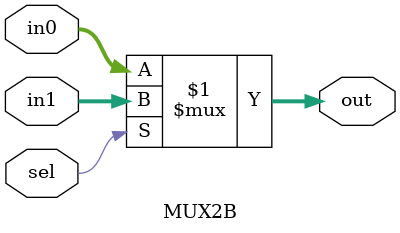
<source format=sv>

module MUX2B(

    input logic [1:0]in0, in1,
    input logic sel,
    output logic [1:0]out

    );
    
    assign out = sel ? in1 : in0;
    
endmodule

</source>
